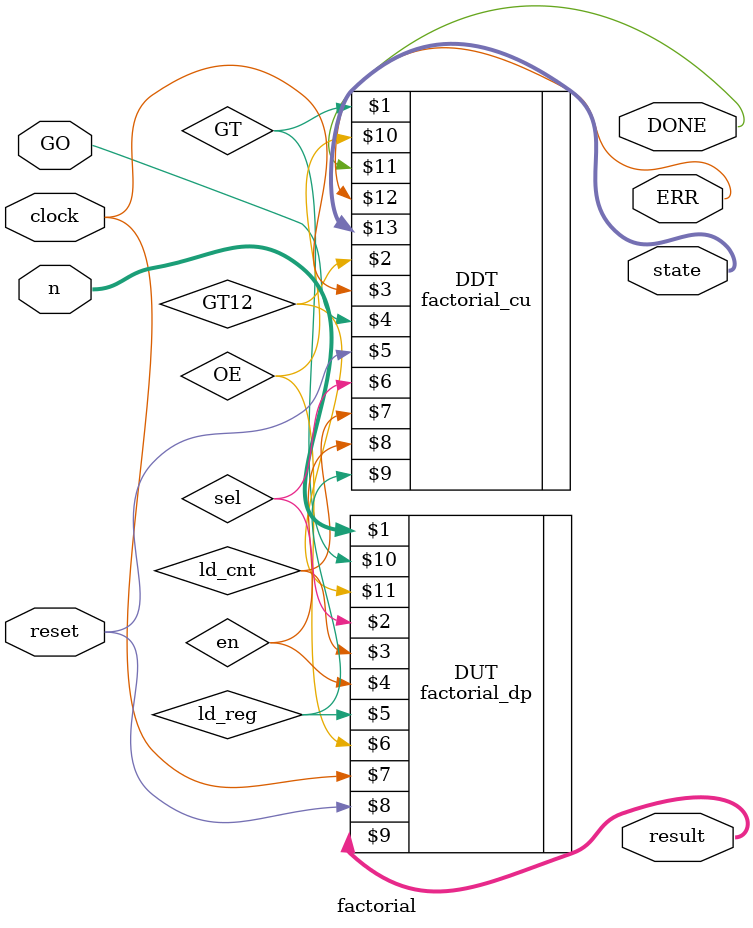
<source format=v>
`timescale 1ns / 1ps

module factorial(
        input wire [3:0] n,
        input wire GO, clock, reset,
        output wire [3:0] state,
        output wire [31:0] result,
        output wire DONE, ERR
    );
    
        wire sel, ld_cnt, en, ld_reg, OE, GT, GT12;
        
        factorial_dp DUT (n, sel, ld_cnt, en, ld_reg, OE, clock, reset, result, GT, GT12);
        
        factorial_cu DDT (GT, GT12, clock, GO, reset, sel, ld_cnt, en, ld_reg, OE, DONE, ERR, state);
        
endmodule

</source>
